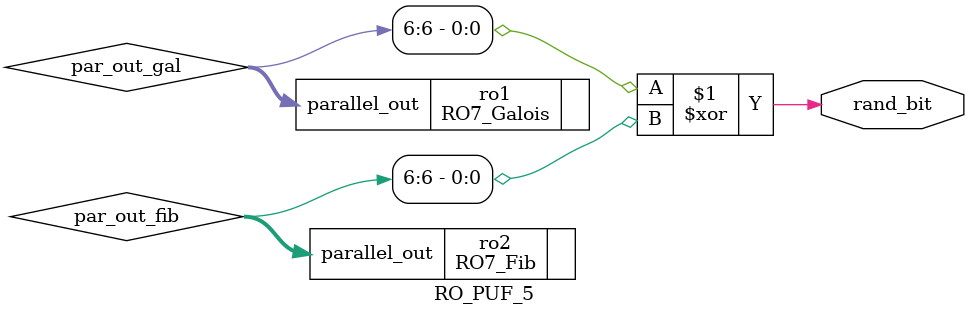
<source format=sv>


module RO_PUF_5(
    output rand_bit
    );

    // Internal wires
    wire [6:0] par_out_gal;
    wire [6:0] par_out_fib;
    

    // Ring oscillators 5
    RO7_Galois ro1(
        .parallel_out       (par_out_gal)
    );

    // Ring oscillators 7
    RO7_Fib ro2(
        .parallel_out       (par_out_fib)
    );

    // XOR outputs together to create random bit
    assign rand_bit = par_out_gal[6] ^ par_out_fib[6];

endmodule

</source>
